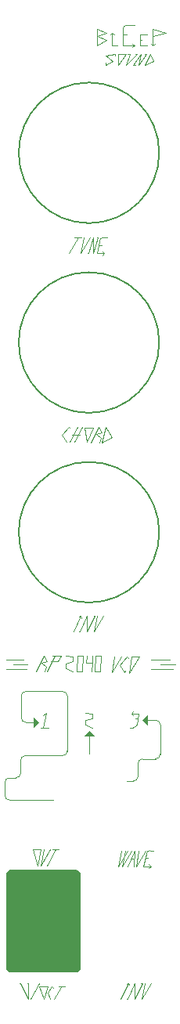
<source format=gto>
G04 #@! TF.GenerationSoftware,KiCad,Pcbnew,7.0.7-7.0.7~ubuntu22.04.1*
G04 #@! TF.CreationDate,2023-10-11T21:50:40+02:00*
G04 #@! TF.ProjectId,RP2040-VCO,52503230-3430-42d5-9643-4f2e6b696361,rev?*
G04 #@! TF.SameCoordinates,Original*
G04 #@! TF.FileFunction,Legend,Top*
G04 #@! TF.FilePolarity,Positive*
%FSLAX46Y46*%
G04 Gerber Fmt 4.6, Leading zero omitted, Abs format (unit mm)*
G04 Created by KiCad (PCBNEW 7.0.7-7.0.7~ubuntu22.04.1) date 2023-10-11 21:50:40*
%MOMM*%
%LPD*%
G01*
G04 APERTURE LIST*
%ADD10C,0.120000*%
%ADD11C,0.150000*%
%ADD12C,0.100000*%
%ADD13O,6.700000X4.200000*%
G04 APERTURE END LIST*
D10*
X123400000Y-29500000D02*
X122400000Y-29100000D01*
X128200000Y-30700000D02*
X128400000Y-30900000D01*
X125500000Y-31800000D02*
X124700000Y-31800000D01*
X128100000Y-31800000D02*
X128500000Y-32600000D01*
X126925000Y-96975000D02*
X125875000Y-98725000D01*
X123150000Y-53350000D02*
X122950000Y-53150000D01*
X125100000Y-119600000D02*
X126100000Y-117900000D01*
X121450000Y-53350000D02*
X121350000Y-53350000D01*
X118550000Y-72975000D02*
X119050000Y-73725000D01*
X116150000Y-132600000D02*
X117000000Y-132600000D01*
D11*
X129100000Y-83500000D02*
G75*
G03*
X129100000Y-83500000I-7600000J0D01*
G01*
D10*
X124275000Y-96925000D02*
X123975000Y-98625000D01*
X122450000Y-51650000D02*
X121950000Y-53350000D01*
X118500000Y-132650000D02*
X117750000Y-133950000D01*
X121500000Y-107400000D02*
X121500000Y-105400000D01*
X126300000Y-104612309D02*
G75*
G03*
X126699998Y-104300000I0J412309D01*
G01*
X128400000Y-30900000D02*
X128400000Y-30700000D01*
X129800000Y-29500000D02*
X128400000Y-29900000D01*
X127300000Y-108000000D02*
X128700000Y-108000000D01*
X116615000Y-117800000D02*
X116315000Y-119500000D01*
X128200000Y-119600000D02*
X128000000Y-119800000D01*
X123975000Y-98625000D02*
X124975000Y-96925000D01*
X126800000Y-109900000D02*
X126800000Y-108500000D01*
X121100000Y-103800000D02*
X121100000Y-104300000D01*
X127600000Y-118700000D02*
X127900000Y-118700000D01*
X114900000Y-133950000D02*
X114900000Y-132250000D01*
X114600000Y-107646476D02*
X118646476Y-107646476D01*
X120300000Y-72150000D02*
X119400000Y-73750000D01*
X115415000Y-117800000D02*
X116315000Y-117800000D01*
X118175000Y-97475000D02*
X117375000Y-97475000D01*
X126450000Y-132250000D02*
X126450000Y-133950000D01*
X127100000Y-31800000D02*
X126300000Y-33000000D01*
X125600000Y-28700000D02*
X126400000Y-28700000D01*
X117500000Y-132600000D02*
X117000000Y-133250000D01*
X123150000Y-53350000D02*
X122950000Y-53550000D01*
X127700000Y-31800000D02*
X127500000Y-31800000D01*
X119775000Y-96975000D02*
X119775000Y-97475000D01*
D12*
X127825000Y-104300000D02*
X127325000Y-103800000D01*
X127825000Y-103300000D01*
X127825000Y-104300000D01*
G36*
X127825000Y-104300000D02*
G01*
X127325000Y-103800000D01*
X127825000Y-103300000D01*
X127825000Y-104300000D01*
G37*
D10*
X120775000Y-98575000D02*
X120175000Y-98575000D01*
X121275000Y-96825000D02*
X121225000Y-97625000D01*
X130625000Y-98250000D02*
X128225000Y-98250000D01*
X126900000Y-33000000D02*
X127700000Y-31800000D01*
X124000000Y-30900000D02*
X124600000Y-30900000D01*
X118475000Y-96875000D02*
X118175000Y-97475000D01*
X119146476Y-107146476D02*
X119146476Y-106446476D01*
X114171524Y-103546476D02*
G75*
G03*
X114671476Y-104046476I500076J76D01*
G01*
X112900000Y-110046476D02*
X113600000Y-110046476D01*
X112400000Y-111946476D02*
X112400000Y-110546476D01*
X115915000Y-119500000D02*
X115415000Y-117800000D01*
X122225000Y-96875000D02*
X122825000Y-96875000D01*
X114600000Y-107646500D02*
G75*
G03*
X114100000Y-108146476I100J-500100D01*
G01*
X126100000Y-103100000D02*
X126300000Y-102900000D01*
X118975000Y-96875000D02*
X119775000Y-96975000D01*
X127000000Y-29700000D02*
X127800000Y-29700000D01*
X114671476Y-100700000D02*
X118646476Y-100700000D01*
X118200000Y-132600000D02*
X118900000Y-132600000D01*
X118975000Y-97675000D02*
X118975000Y-98175000D01*
X123050000Y-51650000D02*
G75*
G03*
X122650000Y-52050000I0J-400000D01*
G01*
X125600000Y-110400000D02*
X126300000Y-110400000D01*
X129200000Y-104300000D02*
G75*
G03*
X128700000Y-103800000I-500100J-100D01*
G01*
X128100000Y-31800000D02*
X127500000Y-33000000D01*
X122550000Y-72150000D02*
X122900000Y-72700000D01*
X112900000Y-110046500D02*
G75*
G03*
X112400000Y-110546476I100J-500100D01*
G01*
X121950000Y-51650000D02*
X121950000Y-53350000D01*
X121900000Y-103600000D02*
X121100000Y-103800000D01*
X126800000Y-103650000D02*
X126500000Y-103650000D01*
X128700000Y-108000000D02*
G75*
G03*
X129200000Y-107500000I-100J500100D01*
G01*
X125325000Y-98625000D02*
X125425000Y-98475000D01*
X121225000Y-97625000D02*
X121825000Y-97625000D01*
X125625000Y-96975000D02*
X124825000Y-97875000D01*
X112525000Y-97250000D02*
X114425000Y-97250000D01*
D12*
X116046476Y-104046476D02*
X115546476Y-104546476D01*
X115546476Y-103546476D01*
X116046476Y-104046476D01*
G36*
X116046476Y-104046476D02*
G01*
X115546476Y-104546476D01*
X115546476Y-103546476D01*
X116046476Y-104046476D01*
G37*
D10*
X114671476Y-104046476D02*
X115596476Y-104046476D01*
X117775000Y-96875000D02*
X116925000Y-98575000D01*
D12*
X122000000Y-105450000D02*
X121000000Y-105450000D01*
X121500000Y-104950000D01*
X122000000Y-105450000D01*
G36*
X122000000Y-105450000D02*
G01*
X121000000Y-105450000D01*
X121500000Y-104950000D01*
X122000000Y-105450000D01*
G37*
D10*
X128700000Y-103800000D02*
X127775000Y-103800000D01*
X122900000Y-72700000D02*
X122250000Y-72850000D01*
X124000000Y-29500000D02*
X124000000Y-30900000D01*
X126600000Y-119600000D02*
X127600000Y-117900000D01*
X117515000Y-117800000D02*
X118215000Y-117800000D01*
X119950000Y-51650000D02*
X120650000Y-51650000D01*
X122350000Y-92550000D02*
X122050000Y-94250000D01*
X121100000Y-104300000D02*
X121900000Y-104600000D01*
X127200000Y-133950000D02*
X128200000Y-132250000D01*
X125625000Y-96975000D02*
X125725000Y-97075000D01*
X116900000Y-103000000D02*
X116500000Y-103300000D01*
X120500000Y-94250000D02*
X121300000Y-92550000D01*
X118646476Y-107646476D02*
G75*
G03*
X119146476Y-107146476I-76J500076D01*
G01*
X119300000Y-72100000D02*
X119400000Y-72200000D01*
X125200000Y-29100000D02*
X125200000Y-30900000D01*
X120600000Y-92550000D02*
X120700000Y-92750000D01*
X113325000Y-97750000D02*
X114825000Y-97750000D01*
X119146500Y-101200000D02*
G75*
G03*
X118646476Y-100700000I-500100J-100D01*
G01*
X122450000Y-51650000D02*
X122350000Y-51650000D01*
X117000000Y-132600000D02*
X116600000Y-133950000D01*
X117300000Y-133950000D02*
X117400000Y-133850000D01*
X125500000Y-33000000D02*
X126700000Y-31800000D01*
X122900000Y-73850000D02*
X124000000Y-73250000D01*
X114100000Y-132250000D02*
X114000000Y-132250000D01*
X123300000Y-32000000D02*
X124100000Y-32600000D01*
X125875000Y-98725000D02*
X126125000Y-96975000D01*
X116900000Y-103000000D02*
X116500000Y-104600000D01*
X122125000Y-98575000D02*
X122225000Y-96875000D01*
X126300000Y-33000000D02*
X126500000Y-33000000D01*
X126300000Y-110400000D02*
G75*
G03*
X126800000Y-109900000I-100J500100D01*
G01*
X120500000Y-94250000D02*
X120400000Y-94250000D01*
D12*
X120015000Y-120000000D02*
X120080545Y-120002139D01*
X120207167Y-120036067D01*
X120320694Y-120101612D01*
X120413388Y-120194306D01*
X120478933Y-120307833D01*
X120512861Y-120434455D01*
X120515000Y-120500000D01*
X120515001Y-130500001D01*
X120512862Y-130565546D01*
X120478933Y-130692168D01*
X120413389Y-130805695D01*
X120320695Y-130898389D01*
X120207168Y-130963933D01*
X120080546Y-130997862D01*
X120015001Y-131000001D01*
X113014999Y-131000001D01*
X112949454Y-130997862D01*
X112822832Y-130963933D01*
X112709305Y-130898389D01*
X112616611Y-130805695D01*
X112551067Y-130692168D01*
X112517138Y-130565546D01*
X112514999Y-130500001D01*
X112514999Y-120499999D01*
X112517138Y-120434454D01*
X112551067Y-120307832D01*
X112616611Y-120194305D01*
X112709305Y-120101611D01*
X112822832Y-120036067D01*
X112949454Y-120002138D01*
X113014999Y-119999999D01*
X120015000Y-120000000D01*
G36*
X120015000Y-120000000D02*
G01*
X120080545Y-120002139D01*
X120207167Y-120036067D01*
X120320694Y-120101612D01*
X120413388Y-120194306D01*
X120478933Y-120307833D01*
X120512861Y-120434455D01*
X120515000Y-120500000D01*
X120515001Y-130500001D01*
X120512862Y-130565546D01*
X120478933Y-130692168D01*
X120413389Y-130805695D01*
X120320695Y-130898389D01*
X120207168Y-130963933D01*
X120080546Y-130997862D01*
X120015001Y-131000001D01*
X113014999Y-131000001D01*
X112949454Y-130997862D01*
X112822832Y-130963933D01*
X112709305Y-130898389D01*
X112616611Y-130805695D01*
X112551067Y-130692168D01*
X112517138Y-130565546D01*
X112514999Y-130500001D01*
X112514999Y-120499999D01*
X112517138Y-120434454D01*
X112551067Y-120307832D01*
X112616611Y-120194305D01*
X112709305Y-120101611D01*
X112822832Y-120036067D01*
X112949454Y-120002138D01*
X113014999Y-119999999D01*
X120015000Y-120000000D01*
G37*
D10*
X126300000Y-104612310D02*
X125900000Y-104612310D01*
X126700000Y-31800000D02*
X126500000Y-31800000D01*
X122825000Y-96875000D02*
X122725000Y-98575000D01*
X128100000Y-117900000D02*
X128500000Y-117900000D01*
X128400000Y-30900000D02*
X128600000Y-30700000D01*
X122725000Y-98575000D02*
X122125000Y-98575000D01*
X116300000Y-104600000D02*
X117100000Y-104600000D01*
X125750000Y-132250000D02*
X125550000Y-132350000D01*
X117500000Y-132600000D02*
X117600000Y-132750000D01*
X119800000Y-94250000D02*
X120600000Y-92550000D01*
X124950000Y-133950000D02*
X125750000Y-132250000D01*
X128225000Y-97250000D02*
X130225000Y-97250000D01*
X121950000Y-51650000D02*
X121450000Y-53350000D01*
X119775000Y-97475000D02*
X118975000Y-97675000D01*
X121050000Y-72200000D02*
X121950000Y-72200000D01*
X121300000Y-92550000D02*
X121300000Y-94250000D01*
X120900000Y-51650000D02*
X120600000Y-53350000D01*
X124000000Y-29500000D02*
X124200000Y-29700000D01*
X122400000Y-29100000D02*
X122400000Y-30900000D01*
X118975000Y-98175000D02*
X119775000Y-98575000D01*
X122400000Y-30900000D02*
X123400000Y-30300000D01*
X113600000Y-110046500D02*
G75*
G03*
X114100000Y-109546476I-100J500100D01*
G01*
X119146476Y-106446476D02*
X119146476Y-101200000D01*
X116315000Y-119500000D02*
X117315000Y-117800000D01*
X121950000Y-72200000D02*
X121300000Y-73750000D01*
X120600000Y-92550000D02*
X120400000Y-92650000D01*
X124825000Y-97875000D02*
X125325000Y-98625000D01*
X125600000Y-28700000D02*
G75*
G03*
X125200000Y-29100000I0J-400000D01*
G01*
X117000000Y-133250000D02*
X117300000Y-133950000D01*
X123050000Y-51650000D02*
X123450000Y-51650000D01*
X127000000Y-30900000D02*
X127800000Y-30900000D01*
X122650000Y-52050000D02*
X122350000Y-53350000D01*
X126450000Y-117900000D02*
X126350000Y-119600000D01*
X123300000Y-33000000D02*
X123300000Y-32800000D01*
X122550000Y-72150000D02*
X121700000Y-73800000D01*
X124700000Y-119600000D02*
X125700000Y-117900000D01*
X126450000Y-117900000D02*
X125650000Y-119600000D01*
X126100000Y-103100000D02*
X126300000Y-103300000D01*
X125900000Y-31800000D02*
X125700000Y-31800000D01*
X127000000Y-29700000D02*
X127000000Y-30900000D01*
X126350000Y-118800000D02*
X126050000Y-118800000D01*
X125750000Y-132250000D02*
X125850000Y-132450000D01*
X125200000Y-30900000D02*
X126400000Y-30900000D01*
X116100000Y-132250000D02*
X115150000Y-133950000D01*
D11*
X129100000Y-63000000D02*
G75*
G03*
X129100000Y-63000000I-7600000J0D01*
G01*
D10*
X114100000Y-109546476D02*
X114100000Y-108146476D01*
X127500000Y-132250000D02*
X127200000Y-133950000D01*
X112900000Y-112446476D02*
X117600000Y-112446476D01*
X124100000Y-32600000D02*
X123300000Y-33000000D01*
X121300000Y-73750000D02*
X121050000Y-72200000D01*
X126125000Y-96975000D02*
X126925000Y-96975000D01*
X120275000Y-96875000D02*
X120875000Y-96875000D01*
X114671476Y-100699976D02*
G75*
G03*
X114171476Y-101200000I124J-500124D01*
G01*
X124000000Y-29500000D02*
X123800000Y-29700000D01*
X125650000Y-133950000D02*
X125550000Y-133950000D01*
X116975000Y-97425000D02*
X116325000Y-97575000D01*
X122250000Y-72850000D02*
X122800000Y-73300000D01*
X117575000Y-96875000D02*
X118475000Y-96875000D01*
X114171476Y-103546476D02*
X114171476Y-101200000D01*
X129200000Y-107500000D02*
X129200000Y-104300000D01*
X128400000Y-29100000D02*
X128400000Y-30900000D01*
X120600000Y-53350000D02*
X121600000Y-51650000D01*
X114725000Y-98250000D02*
X112525000Y-98250000D01*
X126450000Y-133950000D02*
X127250000Y-132250000D01*
X127700000Y-118300000D02*
X127400000Y-119600000D01*
X127000000Y-30300000D02*
X127200000Y-30300000D01*
X124700000Y-31800000D02*
X124700000Y-33000000D01*
X121900000Y-103100000D02*
X121900000Y-103600000D01*
X121825000Y-97625000D02*
X121775000Y-98575000D01*
X114100000Y-132250000D02*
X114900000Y-133950000D01*
X128400000Y-29100000D02*
X129800000Y-29500000D01*
X125400000Y-117900000D02*
X125100000Y-119600000D01*
X119300000Y-72100000D02*
X118550000Y-72975000D01*
X116315000Y-117800000D02*
X115915000Y-119500000D01*
X120875000Y-96875000D02*
X120775000Y-98575000D01*
X129225000Y-97750000D02*
X130825000Y-97750000D01*
X120350000Y-51650000D02*
X119350000Y-53350000D01*
X126900000Y-103100000D02*
X126200000Y-103100000D01*
X124300000Y-31800000D02*
X123300000Y-32000000D01*
X125650000Y-133950000D02*
X126450000Y-132250000D01*
X127250000Y-132250000D02*
X127150000Y-132250000D01*
D11*
X129100000Y-42500000D02*
G75*
G03*
X129100000Y-42500000I-7600000J0D01*
G01*
D10*
X116625000Y-96875000D02*
X115775000Y-98525000D01*
X124300000Y-31800000D02*
X124300000Y-32000000D01*
X123300000Y-72150000D02*
X122900000Y-73850000D01*
X127400000Y-119600000D02*
X128100000Y-119600000D01*
X116325000Y-97575000D02*
X116875000Y-98025000D01*
X112400024Y-111946476D02*
G75*
G03*
X112900000Y-112446476I500076J76D01*
G01*
X122350000Y-53350000D02*
X123050000Y-53350000D01*
X121300000Y-94250000D02*
X122100000Y-92550000D01*
X122050000Y-94250000D02*
X123050000Y-92550000D01*
X117915000Y-117800000D02*
X116915000Y-119500000D01*
X120800000Y-72150000D02*
X119900000Y-73750000D01*
X125900000Y-31800000D02*
X125500000Y-33000000D01*
X124000000Y-73250000D02*
X123300000Y-72150000D01*
X126400000Y-30900000D02*
X126200000Y-30700000D01*
X127300000Y-108000000D02*
G75*
G03*
X126800000Y-108500000I100J-500100D01*
G01*
X120175000Y-98575000D02*
X120275000Y-96875000D01*
X123400000Y-30300000D02*
X122400000Y-29900000D01*
X114900000Y-132250000D02*
X114800000Y-132250000D01*
X128200000Y-119600000D02*
X128000000Y-119400000D01*
X121100000Y-103000000D02*
X121900000Y-103100000D01*
X126400000Y-30900000D02*
X126200000Y-31100000D01*
X122100000Y-92550000D02*
X122000000Y-92550000D01*
X125000000Y-117900000D02*
X124700000Y-119600000D01*
X119050000Y-73725000D02*
X119150000Y-73625000D01*
X116625000Y-96875000D02*
X116975000Y-97425000D01*
X126700000Y-104300000D02*
X126900000Y-103100000D01*
X125200000Y-29700000D02*
X125600000Y-29700000D01*
X127500000Y-33000000D02*
X128500000Y-32600000D01*
X116600000Y-133950000D02*
X116150000Y-132600000D01*
X127100000Y-31800000D02*
X126900000Y-33000000D01*
X119700000Y-72950000D02*
X120500000Y-72950000D01*
X121825000Y-97625000D02*
X121875000Y-96825000D01*
X126900000Y-117900000D02*
X126600000Y-119600000D01*
X128100000Y-117900000D02*
G75*
G03*
X127700000Y-118300000I0J-400000D01*
G01*
X122400000Y-29900000D02*
X123400000Y-29500000D01*
X122800000Y-73300000D02*
X122600000Y-73800000D01*
X124700000Y-33000000D02*
X125500000Y-31800000D01*
X116875000Y-98025000D02*
X116675000Y-98525000D01*
X122550000Y-52450000D02*
X122850000Y-52450000D01*
%LPC*%
D13*
X116500000Y-30000000D03*
X126500000Y-152500000D03*
%LPD*%
M02*

</source>
